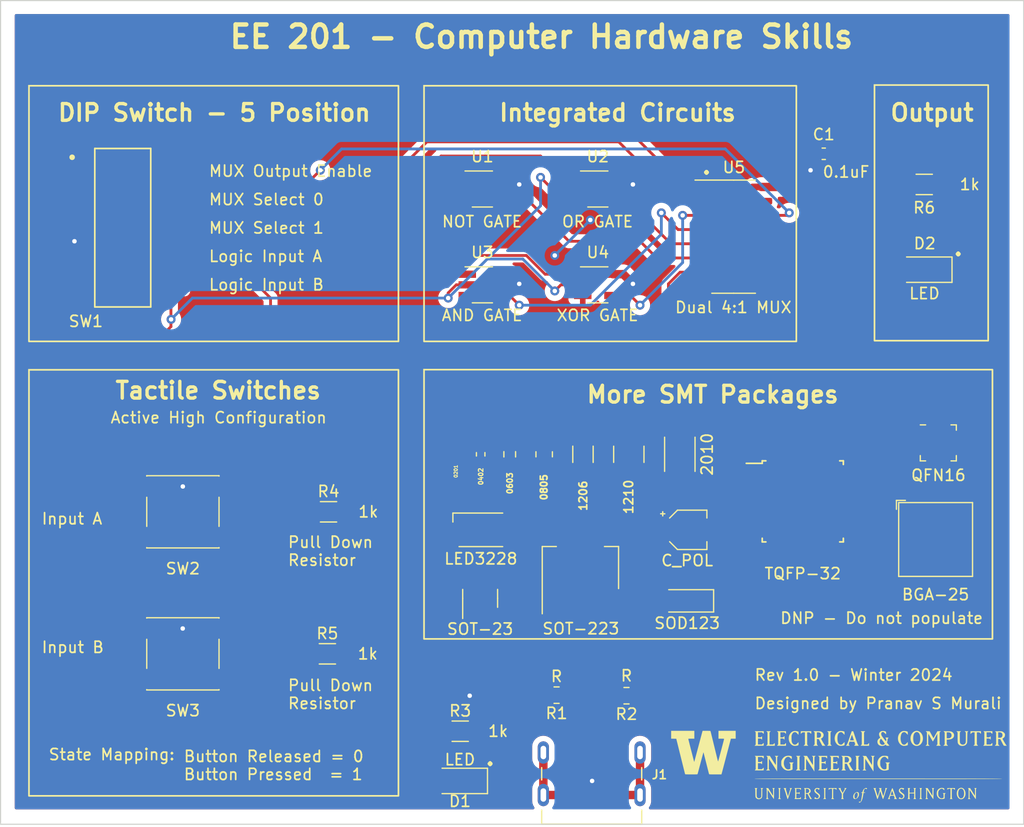
<source format=kicad_pcb>
(kicad_pcb (version 20221018) (generator pcbnew)
  (layers (0 "F.Cu" signal) (31 "B.Cu" signal) (34 "B.Paste" user) (35 "F.Paste" user) (36 "B.SilkS" user "B.Silkscreen") (37 "F.SilkS" user "F.Silkscreen") (38 "B.Mask" user) (39 "F.Mask" user) (44 "Edge.Cuts" user))
  (net 0 "")
  (net 1 "Net-(J1-CC1)")
  (net 2 "+5V")
  (net 3 "GND")
  (net 4 "Net-(J1-CC2)")
  (net 5 "Net-(J1-SHIELD-PadS1)")
  (net 6 "/S1")
  (net 7 "/S0")
  (net 8 "/EN")
  (net 9 "Net-(D1-A)")
  (net 10 "/A")
  (net 11 "/B")
  (net 12 "Net-(U5-Qa)")
  (net 13 "/OUT2")
  (net 14 "/OUT3")
  (net 15 "/OUT1")
  (net 16 "/OUT0")
  (net 23 "Net-(D2-A)")
  (footprint "Package_QFP:TQFP-32_7x7mm_P0.8mm" (layer "F.Cu") (at 121.011 87.965)
    (fp_text reference "TQFP-32" (at 0 6.458) (layer "F.SilkS"))
    (fp_text value "TQFP-32_7x7mm_P0.8mm" hide)
    (pad "1" smd rect (at -4.25 -2.8) (size 1.6 0.55) (layers "F.Cu" "F.Paste" "F.Mask"))
    (pad "2" smd rect (at -4.25 -2) (size 1.6 0.55) (layers "F.Cu" "F.Paste" "F.Mask"))
    (pad "3" smd rect (at -4.25 -1.2) (size 1.6 0.55) (layers "F.Cu" "F.Paste" "F.Mask"))
    (pad "4" smd rect (at -4.25 -0.4) (size 1.6 0.55) (layers "F.Cu" "F.Paste" "F.Mask"))
    (pad "5" smd rect (at -4.25 0.4) (size 1.6 0.55) (layers "F.Cu" "F.Paste" "F.Mask"))
    (pad "6" smd rect (at -4.25 1.2) (size 1.6 0.55) (layers "F.Cu" "F.Paste" "F.Mask"))
    (pad "7" smd rect (at -4.25 2) (size 1.6 0.55) (layers "F.Cu" "F.Paste" "F.Mask"))
    (pad "8" smd rect (at -4.25 2.8) (size 1.6 0.55) (layers "F.Cu" "F.Paste" "F.Mask"))
    (pad "9" smd rect (at -2.8 4.25 90) (size 1.6 0.55) (layers "F.Cu" "F.Paste" "F.Mask"))
    (pad "10" smd rect (at -2 4.25 90) (size 1.6 0.55) (layers "F.Cu" "F.Paste" "F.Mask"))
    (pad "11" smd rect (at -1.2 4.25 90) (size 1.6 0.55) (layers "F.Cu" "F.Paste" "F.Mask"))
    (pad "12" smd rect (at -0.4 4.25 90) (size 1.6 0.55) (layers "F.Cu" "F.Paste" "F.Mask"))
    (pad "13" smd rect (at 0.4 4.25 90) (size 1.6 0.55) (layers "F.Cu" "F.Paste" "F.Mask"))
    (pad "14" smd rect (at 1.2 4.25 90) (size 1.6 0.55) (layers "F.Cu" "F.Paste" "F.Mask"))
    (pad "15" smd rect (at 2 4.25 90) (size 1.6 0.55) (layers "F.Cu" "F.Paste" "F.Mask"))
    (pad "16" smd rect (at 2.8 4.25 90) (size 1.6 0.55) (layers "F.Cu" "F.Paste" "F.Mask"))
    (pad "17" smd rect (at 4.25 2.8) (size 1.6 0.55) (layers "F.Cu" "F.Paste" "F.Mask"))
    (pad "18" smd rect (at 4.25 2) (size 1.6 0.55) (layers "F.Cu" "F.Paste" "F.Mask"))
    (pad "19" smd rect (at 4.25 1.2) (size 1.6 0.55) (layers "F.Cu" "F.Paste" "F.Mask"))
    (pad "20" smd rect (at 4.25 0.4) (size 1.6 0.55) (layers "F.Cu" "F.Paste" "F.Mask"))
    (pad "21" smd rect (at 4.25 -0.4) (size 1.6 0.55) (layers "F.Cu" "F.Paste" "F.Mask"))
    (pad "22" smd rect (at 4.25 -1.2) (size 1.6 0.55) (layers "F.Cu" "F.Paste" "F.Mask"))
    (pad "23" smd rect (at 4.25 -2) (size 1.6 0.55) (layers "F.Cu" "F.Paste" "F.Mask"))
    (pad "24" smd rect (at 4.25 -2.8) (size 1.6 0.55) (layers "F.Cu" "F.Paste" "F.Mask"))
    (pad "25" smd rect (at 2.8 -4.25 90) (size 1.6 0.55) (layers "F.Cu" "F.Paste" "F.Mask"))
    (pad "26" smd rect (at 2 -4.25 90) (size 1.6 0.55) (layers "F.Cu" "F.Paste" "F.Mask"))
    (pad "27" smd rect (at 1.2 -4.25 90) (size 1.6 0.55) (layers "F.Cu" "F.Paste" "F.Mask"))
    (pad "28" smd rect (at 0.4 -4.25 90) (size 1.6 0.55) (layers "F.Cu" "F.Paste" "F.Mask"))
    (pad "29" smd rect (at -0.4 -4.25 90) (size 1.6 0.55) (layers "F.Cu" "F.Paste" "F.Mask"))
    (pad "30" smd rect (at -1.2 -4.25 90) (size 1.6 0.55) (layers "F.Cu" "F.Paste" "F.Mask"))
    (pad "31" smd rect (at -2 -4.25 90) (size 1.6 0.55) (layers "F.Cu" "F.Paste" "F.Mask"))
    (pad "32" smd rect (at -2.8 -4.25 90) (size 1.6 0.55) (layers "F.Cu" "F.Paste" "F.Mask"))
  )
  (footprint "Package_TO_SOT_SMD:SOT-23-3" (layer "F.Cu") (at 92.175 96.6383 90)
    (fp_text reference "REF**" hide)
    (fp_text value "SOT-23" (at -2.7432 0 180) (layer "F.SilkS"))
    (pad "1" smd roundrect (at -1.1375 -0.95 90) (size 1.325 0.6) (layers "F.Cu" "F.Paste" "F.Mask"))
    (pad "2" smd roundrect (at -1.1375 0.95 90) (size 1.325 0.6) (layers "F.Cu" "F.Paste" "F.Mask"))
    (pad "3" smd roundrect (at 1.1375 0 90) (size 1.325 0.6) (layers "F.Cu" "F.Paste" "F.Mask"))
  )
  (footprint "Package_SO:SOIC-16_3.9x9.9mm_P1.27mm" (layer "F.Cu") (at 114.8298 64.2936)
    (fp_text reference "U5" (at 0.029 -6.1926) (layer "F.SilkS"))
    (fp_text value "74153" hide)
    (pad "1" smd roundrect (at -2.475 -4.445) (size 1.95 0.6) (layers "F.Cu" "F.Paste" "F.Mask") (net 8 "/EN"))
    (pad "2" smd roundrect (at -2.475 -3.175) (size 1.95 0.6) (layers "F.Cu" "F.Paste" "F.Mask") (net 6 "/S1"))
    (pad "3" smd roundrect (at -2.475 -1.905) (size 1.95 0.6) (layers "F.Cu" "F.Paste" "F.Mask") (net 14 "/OUT3"))
    (pad "4" smd roundrect (at -2.475 -0.635) (size 1.95 0.6) (layers "F.Cu" "F.Paste" "F.Mask") (net 13 "/OUT2"))
    (pad "5" smd roundrect (at -2.475 0.635) (size 1.95 0.6) (layers "F.Cu" "F.Paste" "F.Mask") (net 15 "/OUT1"))
    (pad "6" smd roundrect (at -2.475 1.905) (size 1.95 0.6) (layers "F.Cu" "F.Paste" "F.Mask") (net 16 "/OUT0"))
    (pad "7" smd roundrect (at -2.475 3.175) (size 1.95 0.6) (layers "F.Cu" "F.Paste" "F.Mask") (net 12 "Net-(U5-Qa)"))
    (pad "8" smd roundrect (at -2.475 4.445) (size 1.95 0.6) (layers "F.Cu" "F.Paste" "F.Mask") (net 3 "GND"))
    (pad "9" smd roundrect (at 2.475 4.445) (size 1.95 0.6) (layers "F.Cu" "F.Paste" "F.Mask"))
    (pad "10" smd roundrect (at 2.475 3.175) (size 1.95 0.6) (layers "F.Cu" "F.Paste" "F.Mask"))
    (pad "11" smd roundrect (at 2.475 1.905) (size 1.95 0.6) (layers "F.Cu" "F.Paste" "F.Mask"))
    (pad "12" smd roundrect (at 2.475 0.635) (size 1.95 0.6) (layers "F.Cu" "F.Paste" "F.Mask"))
    (pad "13" smd roundrect (at 2.475 -0.635) (size 1.95 0.6) (layers "F.Cu" "F.Paste" "F.Mask"))
    (pad "14" smd roundrect (at 2.475 -1.905) (size 1.95 0.6) (layers "F.Cu" "F.Paste" "F.Mask") (net 7 "/S0"))
    (pad "15" smd roundrect (at 2.475 -3.175) (size 1.95 0.6) (layers "F.Cu" "F.Paste" "F.Mask"))
    (pad "16" smd roundrect (at 2.475 -4.445) (size 1.95 0.6) (layers "F.Cu" "F.Paste" "F.Mask") (net 2 "+5V"))
  )
  (footprint "Package_TO_SOT_SMD:SOT-23-5_HandSoldering" (layer "F.Cu") (at 92.376 60.0314)
    (fp_text reference "U1" (at 0 -2.9) (layer "F.SilkS"))
    (fp_text value "74AHC1G14" hide)
    (pad "1" smd rect (at -1.35 -0.95) (size 1.56 0.65) (layers "F.Cu" "F.Paste" "F.Mask"))
    (pad "2" smd rect (at -1.35 0) (size 1.56 0.65) (layers "F.Cu" "F.Paste" "F.Mask") (net 10 "/A"))
    (pad "3" smd rect (at -1.35 0.95) (size 1.56 0.65) (layers "F.Cu" "F.Paste" "F.Mask") (net 3 "GND"))
    (pad "4" smd rect (at 1.35 0.95) (size 1.56 0.65) (layers "F.Cu" "F.Paste" "F.Mask") (net 16 "/OUT0"))
    (pad "5" smd rect (at 1.35 -0.95) (size 1.56 0.65) (layers "F.Cu" "F.Paste" "F.Mask") (net 2 "+5V"))
  )
  (footprint "Capacitor_SMD:CP_Elec_3x5.3" (layer "F.Cu") (at 110.6814 90.5114)
    (fp_text reference "C_POL" (at 0 2.7432) (layer "F.SilkS"))
    (fp_text value "CP_Elec_3x5.3" hide)
    (pad "1" smd rect (at -1.5 0) (size 2.2 1.6) (layers "F.Cu" "F.Paste" "F.Mask"))
    (pad "2" smd rect (at 1.5 0) (size 2.2 1.6) (layers "F.Cu" "F.Paste" "F.Mask"))
  )
  (footprint "Resistor_SMD:R_1206_3216Metric_Pad1.30x1.75mm_HandSolder" (layer "F.Cu") (at 90.395 108.52)
    (fp_text reference "R3" (at 0 -1.82) (layer "F.SilkS"))
    (fp_text value "1k" (at 3.3875 0) (layer "F.SilkS"))
    (pad "1" smd roundrect (at -1.55 0) (size 1.3 1.75) (layers "F.Cu" "F.Paste" "F.Mask") (roundrect_rratio 0.1923076923) (net 9 "Net-(D1-A)"))
    (pad "2" smd roundrect (at 1.55 0) (size 1.3 1.75) (layers "F.Cu" "F.Paste" "F.Mask") (roundrect_rratio 0.1923076923) (net 2 "+5V"))
  )
  (footprint "Button_Switch_SMD:SW_Push_1P1T_NO_6x6mm_H9.5mm" (layer "F.Cu") (at 65.61 101.6)
    (fp_text reference "SW3" (at 0 5.08) (layer "F.SilkS"))
    (fp_text value "SW_Push" hide)
    (pad "1" smd rect (at -3.975 -2.25) (size 1.55 1.3) (layers "F.Cu" "F.Paste" "F.Mask") (net 2 "+5V"))
    (pad "1" smd rect (at 3.975 -2.25) (size 1.55 1.3) (layers "F.Cu" "F.Paste" "F.Mask") (net 2 "+5V"))
    (pad "2" smd rect (at -3.975 2.25) (size 1.55 1.3) (layers "F.Cu" "F.Paste" "F.Mask") (net 11 "/B"))
    (pad "2" smd rect (at 3.975 2.25) (size 1.55 1.3) (layers "F.Cu" "F.Paste" "F.Mask") (net 11 "/B"))
  )
  (footprint "Package_TO_SOT_SMD:SOT-223" (layer "F.Cu") (at 101.1362 93.915 90)
    (fp_text reference "REF**" hide)
    (fp_text value "SOT-223" (at -5.4356 0.0456) (layer "F.SilkS"))
    (pad "1" smd rect (at -3.15 -2.3 90) (size 2 1.5) (layers "F.Cu" "F.Paste" "F.Mask"))
    (pad "2" smd rect (at -3.15 0 90) (size 2 1.5) (layers "F.Cu" "F.Paste" "F.Mask"))
    (pad "3" smd rect (at -3.15 2.3 90) (size 2 1.5) (layers "F.Cu" "F.Paste" "F.Mask"))
    (pad "4" smd rect (at 3.15 0 90) (size 2 3.8) (layers "F.Cu" "F.Paste" "F.Mask"))
  )
  (footprint "Resistor_SMD:R_0603_1608Metric" (layer "F.Cu") (at 94.820866 83.755 90)
    (fp_text reference "0603" (at -2.5908 0.010934 90) (layer "F.SilkS") (effects (font (size 0.5 0.5) (thickness 0.125))))
    (fp_text value "R_0603_1608Metric" hide)
    (pad "1" smd roundrect (at -0.825 0 90) (size 0.8 0.95) (layers "F.Cu" "F.Paste" "F.Mask"))
    (pad "2" smd roundrect (at 0.825 0 90) (size 0.8 0.95) (layers "F.Cu" "F.Paste" "F.Mask"))
  )
  (footprint "Resistor_SMD:R_0805_2012Metric" (layer "F.Cu") (at 99.0072 105.2942)
    (fp_text reference "R1" (at 0 1.6256) (layer "F.SilkS"))
    (fp_text value "R" (at 0 -1.6764) (layer "F.SilkS"))
    (pad "1" smd roundrect (at -0.9125 0) (size 1.025 1.4) (layers "F.Cu" "F.Paste" "F.Mask") (roundrect_rratio 0.243902439) (net 3 "GND"))
    (pad "2" smd roundrect (at 0.9125 0) (size 1.025 1.4) (layers "F.Cu" "F.Paste" "F.Mask") (roundrect_rratio 0.243902439) (net 1 "Net-(J1-CC1)"))
  )
  (footprint "Resistor_SMD:R_1206_3216Metric_Pad1.30x1.75mm_HandSolder" (layer "F.Cu") (at 131.865 59.625 180)
    (fp_text reference "R6" (at 0 -2.0828) (layer "F.SilkS"))
    (fp_text value "1k" (at -4.064 0) (layer "F.SilkS"))
    (pad "1" smd roundrect (at -1.55 0 180) (size 1.3 1.75) (layers "F.Cu" "F.Paste" "F.Mask") (roundrect_rratio 0.1923076923) (net 23 "Net-(D2-A)"))
    (pad "2" smd roundrect (at 1.55 0 180) (size 1.3 1.75) (layers "F.Cu" "F.Paste" "F.Mask") (roundrect_rratio 0.1923076923) (net 12 "Net-(U5-Qa)"))
  )
  (footprint "Button_Switch_SMD:SW_Push_1P1T_NO_6x6mm_H9.5mm" (layer "F.Cu") (at 65.61 88.9)
    (fp_text reference "SW2" (at 0 5.08) (layer "F.SilkS"))
    (fp_text value "SW_Push" hide)
    (pad "1" smd rect (at -3.975 -2.25) (size 1.55 1.3) (layers "F.Cu" "F.Paste" "F.Mask") (net 2 "+5V"))
    (pad "1" smd rect (at 3.975 -2.25) (size 1.55 1.3) (layers "F.Cu" "F.Paste" "F.Mask") (net 2 "+5V"))
    (pad "2" smd rect (at -3.975 2.25) (size 1.55 1.3) (layers "F.Cu" "F.Paste" "F.Mask") (net 10 "/A"))
    (pad "2" smd rect (at 3.975 2.25) (size 1.55 1.3) (layers "F.Cu" "F.Paste" "F.Mask") (net 10 "/A"))
  )
  (footprint "CTS-219-5MST:CTS-219-5MST-0" (layer "F.Cu") (at 60.237 63.49365 -90)
    (fp_text reference "SW1" (at 8.37415 1.6764) (layer "F.SilkS") (effects (justify right)))
    (fp_text value "SW_DIP_x05" hide)
    (pad "1" smd rect (at -5.08 4.3053 270) (size 1.1176 2.4384) (layers "F.Cu" "F.Paste" "F.Mask") (net 3 "GND"))
    (pad "2" smd rect (at -2.54 4.3053 270) (size 1.1176 2.4384) (layers "F.Cu" "F.Paste" "F.Mask") (net 2 "+5V"))
    (pad "3" smd rect (at 0 4.3053 270) (size 1.1176 2.4384) (layers "F.Cu" "F.Paste" "F.Mask") (net 2 "+5V"))
    (pad "4" smd rect (at 2.54 4.3053 270) (size 1.1176 2.4384) (layers "F.Cu" "F.Paste" "F.Mask") (net 2 "+5V"))
    (pad "5" smd rect (at 5.08 4.3053 270) (size 1.1176 2.4384) (layers "F.Cu" "F.Paste" "F.Mask") (net 2 "+5V"))
    (pad "6" smd rect (at 5.08 -4.3053 270) (size 1.1176 2.4384) (layers "F.Cu" "F.Paste" "F.Mask") (net 11 "/B"))
    (pad "7" smd rect (at 2.54 -4.3053 270) (size 1.1176 2.4384) (layers "F.Cu" "F.Paste" "F.Mask") (net 10 "/A"))
    (pad "8" smd rect (at 0 -4.3053 270) (size 1.1176 2.4384) (layers "F.Cu" "F.Paste" "F.Mask") (net 6 "/S1"))
    (pad "9" smd rect (at -2.54 -4.3053 270) (size 1.1176 2.4384) (layers "F.Cu" "F.Paste" "F.Mask") (net 7 "/S0"))
    (pad "10" smd rect (at -5.08 -4.3053 270) (size 1.1176 2.4384) (layers "F.Cu" "F.Paste" "F.Mask") (net 8 "/EN"))
  )
  (footprint "Resistor_SMD:R_0805_2012Metric" (layer "F.Cu") (at 97.898399 83.755 90)
    (fp_text reference "0805" (at -2.9464 -0.018599 90) (layer "F.SilkS") (effects (font (size 0.6 0.6))))
    (fp_text value "R_0805_2012Metric" hide)
    (pad "1" smd roundrect (at -0.9125 0 90) (size 1.025 1.4) (layers "F.Cu" "F.Paste" "F.Mask") (roundrect_rratio 0.243902439))
    (pad "2" smd roundrect (at 0.9125 0 90) (size 1.025 1.4) (layers "F.Cu" "F.Paste" "F.Mask") (roundrect_rratio 0.243902439))
  )
  (footprint "Capacitor_SMD:C_0603_1608Metric_Pad1.08x0.95mm_HandSolder" (layer "F.Cu") (at 122.8852 56.8818)
    (fp_text reference "C1" (at 0 -1.7272) (layer "F.SilkS"))
    (fp_text value "0.1uF" (at 1.9948 1.6256) (layer "F.SilkS"))
    (pad "1" smd roundrect (at -0.8625 0) (size 1.075 0.95) (layers "F.Cu" "F.Paste" "F.Mask") (net 2 "+5V"))
    (pad "2" smd roundrect (at 0.8625 0) (size 1.075 0.95) (layers "F.Cu" "F.Paste" "F.Mask") (net 3 "GND"))
  )
  (footprint "Package_BGA:BGA-25_6.35x6.35mm_Layout5x5_P1.27mm" (layer "F.Cu") (at 132.881 91.375)
    (fp_text reference "BGA-25" (at 0 4.9276) (layer "F.SilkS"))
    (fp_text value "BGA-25_6.35x6.35mm_Layout5x5_P1.27mm" hide)
    (pad "A1" smd circle (at -2.54 -2.54) (size 0.75 0.75) (layers "F.Cu" "F.Paste" "F.Mask"))
    (pad "A2" smd circle (at -1.27 -2.54) (size 0.75 0.75) (layers "F.Cu" "F.Paste" "F.Mask"))
    (pad "A3" smd circle (at 0 -2.54) (size 0.75 0.75) (layers "F.Cu" "F.Paste" "F.Mask"))
    (pad "A4" smd circle (at 1.27 -2.54) (size 0.75 0.75) (layers "F.Cu" "F.Paste" "F.Mask"))
    (pad "A5" smd circle (at 2.54 -2.54) (size 0.75 0.75) (layers "F.Cu" "F.Paste" "F.Mask"))
    (pad "B1" smd circle (at -2.54 -1.27) (size 0.75 0.75) (layers "F.Cu" "F.Paste" "F.Mask"))
    (pad "B2" smd circle (at -1.27 -1.27) (size 0.75 0.75) (layers "F.Cu" "F.Paste" "F.Mask"))
    (pad "B3" smd circle (at 0 -1.27) (size 0.75 0.75) (layers "F.Cu" "F.Paste" "F.Mask"))
    (pad "B4" smd circle (at 1.27 -1.27) (size 0.75 0.75) (layers "F.Cu" "F.Paste" "F.Mask"))
    (pad "B5" smd circle (at 2.54 -1.27) (size 0.75 0.75) (layers "F.Cu" "F.Paste" "F.Mask"))
    (pad "C1" smd circle (at -2.54 0) (size 0.75 0.75) (layers "F.Cu" "F.Paste" "F.Mask"))
    (pad "C2" smd circle (at -1.27 0) (size 0.75 0.75) (layers "F.Cu" "F.Paste" "F.Mask"))
    (pad "C3" smd circle (at 0 0) (size 0.75 0.75) (layers "F.Cu" "F.Paste" "F.Mask"))
    (pad "C4" smd circle (at 1.27 0) (size 0.75 0.75) (layers "F.Cu" "F.Paste" "F.Mask"))
    (pad "C5" smd circle (at 2.54 0) (size 0.75 0.75) (layers "F.Cu" "F.Paste" "F.Mask"))
    (pad "D1" smd circle (at -2.54 1.27) (size 0.75 0.75) (layers "F.Cu" "F.Paste" "F.Mask"))
    (pad "D2" smd circle (at -1.27 1.27) (size 0.75 0.75) (layers "F.Cu" "F.Paste" "F.Mask"))
    (pad "D3" smd circle (at 0 1.27) (size 0.75 0.75) (layers "F.Cu" "F.Paste" "F.Mask"))
    (pad "D4" smd circle (at 1.27 1.27) (size 0.75 0.75) (layers "F.Cu" "F.Paste" "F.Mask"))
    (pad "D5" smd circle (at 2.54 1.27) (size 0.75 0.75) (layers "F.Cu" "F.Paste" "F.Mask"))
    (pad "E1" smd circle (at -2.54 2.54) (size 0.75 0.75) (layers "F.Cu" "F.Paste" "F.Mask"))
    (pad "E2" smd circle (at -1.27 2.54) (size 0.75 0.75) (layers "F.Cu" "F.Paste" "F.Mask"))
    (pad "E3" smd circle (at 0 2.54) (size 0.75 0.75) (layers "F.Cu" "F.Paste" "F.Mask"))
    (pad "E4" smd circle (at 1.27 2.54) (size 0.75 0.75) (layers "F.Cu" "F.Paste" "F.Mask"))
    (pad "E5" smd circle (at 2.54 2.54) (size 0.75 0.75) (layers "F.Cu" "F.Paste" "F.Mask"))
  )
  (footprint "Package_DFN_QFN:QFN-16-1EP_3x3mm_P0.5mm_EP1.9x1.9mm" (layer "F.Cu") (at 133.1235 82.735)
    (fp_text reference "QFN16" (at 0.0115 2.8996) (layer "F.SilkS"))
    (fp_text value "QFN-16-1EP_3x3mm_P0.5mm_EP1.9x1.9mm" hide)
    (pad "1" smd roundrect (at -1.5125 -0.75) (size 0.675 0.25) (layers "F.Cu" "F.Paste" "F.Mask"))
    (pad "2" smd roundrect (at -1.5125 -0.25) (size 0.675 0.25) (layers "F.Cu" "F.Paste" "F.Mask"))
    (pad "3" smd roundrect (at -1.5125 0.25) (size 0.675 0.25) (layers "F.Cu" "F.Paste" "F.Mask"))
    (pad "4" smd roundrect (at -1.5125 0.75) (size 0.675 0.25) (layers "F.Cu" "F.Paste" "F.Mask"))
    (pad "5" smd roundrect (at -0.75 1.5125) (size 0.25 0.675) (layers "F.Cu" "F.Paste" "F.Mask"))
    (pad "6" smd roundrect (at -0.25 1.5125) (size 0.25 0.675) (layers "F.Cu" "F.Paste" "F.Mask"))
    (pad "7" smd roundrect (at 0.25 1.5125) (size 0.25 0.675) (layers "F.Cu" "F.Paste" "F.Mask"))
    (pad "8" smd roundrect (at 0.75 1.5125) (size 0.25 0.675) (layers "F.Cu" "F.Paste" "F.Mask"))
    (pad "9" smd roundrect (at 1.5125 0.75) (size 0.675 0.25) (layers "F.Cu" "F.Paste" "F.Mask"))
    (pad "10" smd roundrect (at 1.5125 0.25) (size 0.675 0.25) (layers "F.Cu" "F.Paste" "F.Mask"))
    (pad "11" smd roundrect (at 1.5125 -0.25) (size 0.675 0.25) (layers "F.Cu" "F.Paste" "F.Mask"))
    (pad "12" smd roundrect (at 1.5125 -0.75) (size 0.675 0.25) (layers "F.Cu" "F.Paste" "F.Mask"))
    (pad "13" smd roundrect (at 0.75 -1.5125) (size 0.25 0.675) (layers "F.Cu" "F.Paste" "F.Mask"))
    (pad "14" smd roundrect (at 0.25 -1.5125) (size 0.25 0.675) (layers "F.Cu" "F.Paste" "F.Mask"))
    (pad "15" smd roundrect (at -0.25 -1.5125) (size 0.25 0.675) (layers "F.Cu" "F.Paste" "F.Mask"))
    (pad "16" smd roundrect (at -0.75 -1.5125) (size 0.25 0.675) (layers "F.Cu" "F.Paste" "F.Mask"))
    (pad "17" smd rect (at 0 0) (size 1.9 1.9) (layers "F.Cu" "F.Mask"))
  )
  (footprint "Resistor_SMD:R_1206_3216Metric" (layer "F.Cu") (at 101.365932 83.755 90)
    (fp_text reference "1206" (at -3.7084 0.019068 90) (layer "F.SilkS") (effects (font (size 0.7 0.7))))
    (fp_text value "R_1206_3216Metric" hide)
    (pad "1" smd roundrect (at -1.4625 0 90) (size 1.125 1.75) (layers "F.Cu" "F.Paste" "F.Mask") (roundrect_rratio 0.2222222222))
    (pad "2" smd roundrect (at 1.4625 0 90) (size 1.125 1.75) (layers "F.Cu" "F.Paste" "F.Mask") (roundrect_rratio 0.2222222222))
  )
  (footprint "Package_TO_SOT_SMD:SOT-23-5_HandSoldering" (layer "F.Cu") (at 102.696 68.6014)
    (fp_text reference "U4" (at 0 -2.9) (layer "F.SilkS"))
    (fp_text value "74AHC1G86" hide)
    (pad "1" smd rect (at -1.35 -0.95) (size 1.56 0.65) (layers "F.Cu" "F.Paste" "F.Mask") (net 10 "/A"))
    (pad "2" smd rect (at -1.35 0) (size 1.56 0.65) (layers "F.Cu" "F.Paste" "F.Mask") (net 11 "/B"))
    (pad "3" smd rect (at -1.35 0.95) (size 1.56 0.65) (layers "F.Cu" "F.Paste" "F.Mask") (net 3 "GND"))
    (pad "4" smd rect (at 1.35 0.95) (size 1.56 0.65) (layers "F.Cu" "F.Paste" "F.Mask") (net 14 "/OUT3"))
    (pad "5" smd rect (at 1.35 -0.95) (size 1.56 0.65) (layers "F.Cu" "F.Paste" "F.Mask") (net 2 "+5V"))
  )
  (footprint "Resistor_SMD:R_0201_0603Metric" (layer "F.Cu") (at 90.0058 83.755 90)
    (fp_text reference "0201" (at -1.524 0 90) (layer "F.SilkS") (effects (font (size 0.3 0.3) (thickness 0.075) bold)))
    (fp_text value "R_0201_0603Metric" hide)
    (pad "1" smd roundrect (at -0.32 0 90) (size 0.46 0.4) (layers "F.Cu" "F.Mask"))
    (pad "2" smd roundrect (at 0.32 0 90) (size 0.46 0.4) (layers "F.Cu" "F.Mask"))
  )
  (footprint "Resistor_SMD:R_2010_5025Metric" (layer "F.Cu") (at 110.021 83.755 90)
    (fp_text reference "2010" (at 0 2.4384 90) (layer "F.SilkS"))
    (fp_text value "R_2010_5025Metric" hide)
    (pad "1" smd roundrect (at -2.3125 0 90) (size 1.225 2.65) (layers "F.Cu" "F.Paste" "F.Mask") (roundrect_rratio 0.2040816327))
    (pad "2" smd roundrect (at 2.3125 0 90) (size 1.225 2.65) (layers "F.Cu" "F.Paste" "F.Mask") (roundrect_rratio 0.2040816327))
  )
  (footprint "Package_TO_SOT_SMD:SOT-23-5_HandSoldering" (layer "F.Cu") (at 102.696 60.0314)
    (fp_text reference "U2" (at 0 -2.9) (layer "F.SilkS"))
    (fp_text value "74AHC1G32" hide)
    (pad "1" smd rect (at -1.35 -0.95) (size 1.56 0.65) (layers "F.Cu" "F.Paste" "F.Mask") (net 10 "/A"))
    (pad "2" smd rect (at -1.35 0) (size 1.56 0.65) (layers "F.Cu" "F.Paste" "F.Mask") (net 11 "/B"))
    (pad "3" smd rect (at -1.35 0.95) (size 1.56 0.65) (layers "F.Cu" "F.Paste" "F.Mask") (net 3 "GND"))
    (pad "4" smd rect (at 1.35 0.95) (size 1.56 0.65) (layers "F.Cu" "F.Paste" "F.Mask") (net 15 "/OUT1"))
    (pad "5" smd rect (at 1.35 -0.95) (size 1.56 0.65) (layers "F.Cu" "F.Paste" "F.Mask") (net 2 "+5V"))
  )
  (footprint "Package_TO_SOT_SMD:SOT-23-5_HandSoldering" (layer "F.Cu") (at 92.376 68.6014)
    (fp_text reference "U3" (at 0 -2.9) (layer "F.SilkS"))
    (fp_text value "74AHC1G08" hide)
    (pad "1" smd rect (at -1.35 -0.95) (size 1.56 0.65) (layers "F.Cu" "F.Paste" "F.Mask") (net 10 "/A"))
    (pad "2" smd rect (at -1.35 0) (size 1.56 0.65) (layers "F.Cu" "F.Paste" "F.Mask") (net 11 "/B"))
    (pad "3" smd rect (at -1.35 0.95) (size 1.56 0.65) (layers "F.Cu" "F.Paste" "F.Mask") (net 3 "GND"))
    (pad "4" smd rect (at 1.35 0.95) (size 1.56 0.65) (layers "F.Cu" "F.Paste" "F.Mask") (net 13 "/OUT2"))
    (pad "5" smd rect (at 1.35 -0.95) (size 1.56 0.65) (layers "F.Cu" "F.Paste" "F.Mask") (net 2 "+5V"))
  )
  (footprint "Resistor_SMD:R_1206_3216Metric_Pad1.30x1.75mm_HandSolder" (layer "F.Cu") (at 78.525 101.6)
    (fp_text reference "R5" (at 0 -1.82) (layer "F.SilkS"))
    (fp_text value "1k" (at 3.6068 0) (layer "F.SilkS"))
    (pad "1" smd roundrect (at -1.55 0) (size 1.3 1.75) (layers "F.Cu" "F.Paste" "F.Mask") (roundrect_rratio 0.1923076923) (net 11 "/B"))
    (pad "2" smd roundrect (at 1.55 0) (size 1.3 1.75) (layers "F.Cu" "F.Paste" "F.Mask") (roundrect_rratio 0.1923076923) (net 3 "GND"))
  )
  (footprint "Resistor_SMD:R_1206_3216Metric_Pad1.30x1.75mm_HandSolder" (layer "F.Cu") (at 78.6266 88.9)
    (fp_text reference "R4" (at 0 -1.82) (layer "F.SilkS"))
    (fp_text value "1k" (at 3.556 0) (layer "F.SilkS"))
    (pad "1" smd roundrect (at -1.55 0) (size 1.3 1.75) (layers "F.Cu" "F.Paste" "F.Mask") (roundrect_rratio 0.1923076923) (net 10 "/A"))
    (pad "2" smd roundrect (at 1.55 0) (size 1.3 1.75) (layers "F.Cu" "F.Paste" "F.Mask") (roundrect_rratio 0.1923076923) (net 3 "GND"))
  )
  (footprint "LED_SMD:LED_Avago_PLCC4_3.2x2.8mm_CW" (layer "F.Cu") (at 92.241 90.5114)
    (fp_text reference "LED3228" (at 0 2.5908) (layer "F.SilkS"))
    (fp_text value "LED_Avago_PLCC4_3.2x2.8mm_CW" hide)
    (pad "1" smd rect (at -1.5 -0.75) (size 1.5 1.1) (layers "F.Cu" "F.Paste" "F.Mask"))
    (pad "2" smd rect (at 1.5 -0.75) (size 1.5 1.1) (layers "F.Cu" "F.Paste" "F.Mask"))
    (pad "3" smd rect (at 1.5 0.75) (size 1.5 1.1) (layers "F.Cu" "F.Paste" "F.Mask"))
    (pad "4" smd rect (at -1.5 0.75) (size 1.5 1.1) (layers "F.Cu" "F.Paste" "F.Mask"))
  )
  (footprint "LED_SMD:LED_1206_3216Metric_Pad1.42x1.75mm_HandSolder" (layer "F.Cu") (at 90.3725 112.965 180)
    (fp_text reference "D1" (at 0 -1.82) (layer "F.SilkS"))
    (fp_text value "LED" (at 0 1.905) (layer "F.SilkS"))
    (pad "1" smd roundrect (at -1.4875 0 180) (size 1.425 1.75) (layers "F.Cu" "F.Paste" "F.Mask") (roundrect_rratio 0.1754392982) (net 3 "GND"))
    (pad "2" smd roundrect (at 1.4875 0 180) (size 1.425 1.75) (layers "F.Cu" "F.Paste" "F.Mask") (roundrect_rratio 0.1754392982) (net 9 "Net-(D1-A)"))
  )
  (footprint "Resistor_SMD:R_1210_3225Metric" (layer "F.Cu") (at 105.463465 83.755 90)
    (fp_text reference "1210" (at -3.81 -0.014465 90) (layer "F.SilkS") (effects (font (size 0.8 0.8))))
    (fp_text value "R_1210_3225Metric" hide)
    (pad "1" smd roundrect (at -1.4625 0 90) (size 1.125 2.65) (layers "F.Cu" "F.Paste" "F.Mask") (roundrect_rratio 0.2222222222))
    (pad "2" smd roundrect (at 1.4625 0 90) (size 1.125 2.65) (layers "F.Cu" "F.Paste" "F.Mask") (roundrect_rratio 0.2222222222))
  )
  (footprint "LOGO" (layer "F.Cu") (at 124.245 111.695)
    (fp_text reference "G***" hide)
    (fp_text value "LOGO" hide)
  )
  (footprint "Resistor_SMD:R_0805_2012Metric" (layer "F.Cu") (at 105.2556 105.345 180)
    (fp_text reference "R2" (at 0 -1.65) (layer "F.SilkS"))
    (fp_text value "R" (at 0 1.783) (layer "F.SilkS"))
    (pad "1" smd roundrect (at -0.9125 0 180) (size 1.025 1.4) (layers "F.Cu" "F.Paste" "F.Mask") (roundrect_rratio 0.243902439) (net 3 "GND"))
    (pad "2" smd roundrect (at 0.9125 0 180) (size 1.025 1.4) (layers "F.Cu" "F.Paste" "F.Mask") (roundrect_rratio 0.243902439) (net 4 "Net-(J1-CC2)"))
  )
  (footprint "UJC-HP-3-SMT-TR:CUI_UJC-HP-3-SMT-TR" (layer "F.Cu") (at 102.145 110.425)
    (fp_text reference "J1" (at 6.057 1.9812) (layer "F.SilkS") (effects (font (size 0.787402 0.787402))))
    (fp_text value "UJC-HP-3-SMT-TR" hide)
    (pad "A5" smd rect (at -0.5 -0.005 90) (size 1.15 0.7) (layers "F.Cu" "F.Paste" "F.Mask") (net 1 "Net-(J1-CC1)"))
    (pad "A9" smd rect (at 1.52 -0.005 90) (size 1.15 0.8) (layers "F.Cu" "F.Paste" "F.Mask") (net 2 "+5V"))
    (pad "A12" smd rect (at 2.75 -0.005 90) (size 1.15 0.9) (layers "F.Cu" "F.Paste" "F.Mask") (net 3 "GND"))
    (pad "B5" smd rect (at 0.5 -0.005 90) (size 1.15 0.7) (layers "F.Cu" "F.Paste" "F.Mask") (net 4 "Net-(J1-CC2)"))
    (pad "B9" smd rect (at -1.52 -0.005 90) (size 1.15 0.8) (layers "F.Cu" "F.Paste" "F.Mask") (net 2 "+5V"))
    (pad "B12" smd rect (at -2.75 -0.005 90) (size 1.15 0.9) (layers "F.Cu" "F.Paste" "F.Mask") (net 3 "GND"))
    (pad "S1" thru_hole oval (at -4.32 0) (size 1 2) (drill oval 0.5 1.2) (layers "*.Cu" "*.Mask") (net 5 "Net-(J1-SHIELD-PadS1)"))
    (pad "S2" thru_hole oval (at 4.32 0) (size 1 2) (drill oval 0.5 1.2) (layers "*.Cu" "*.Mask") (net 5 "Net-(J1-SHIELD-PadS1)"))
    (pad "S3" thru_hole oval (at -4.32 3.8) (size 1 2) (drill oval 0.5 1.2) (layers "*.Cu" "*.Mask") (net 5 "Net-(J1-SHIELD-PadS1)"))
    (pad "S4" thru_hole oval (at 4.32 3.8) (size 1 2) (drill oval 0.5 1.2) (layers "*.Cu" "*.Mask") (net 5 "Net-(J1-SHIELD-PadS1)"))
  )
  (footprint "Resistor_SMD:R_0402_1005Metric" (layer "F.Cu") (at 92.223333 83.755 90)
    (fp_text reference "0402" (at -1.9812 0.017667 90) (layer "F.SilkS") (effects (font (size 0.4 0.4) (thickness 0.1) bold)))
    (fp_text value "R_0402_1005Metric" hide)
    (pad "1" smd roundrect (at -0.51 0 90) (size 0.54 0.64) (layers "F.Cu" "F.Paste" "F.Mask"))
    (pad "2" smd roundrect (at 0.51 0 90) (size 0.54 0.64) (layers "F.Cu" "F.Paste" "F.Mask"))
  )
  (footprint "LED_SMD:LED_1206_3216Metric_Pad1.42x1.75mm_HandSolder" (layer "F.Cu") (at 131.8875 67.245 180)
    (fp_text reference "D2" (at -0.0225 2.3368) (layer "F.SilkS"))
    (fp_text value "LED" (at 0 -2.1336) (layer "F.SilkS"))
    (pad "1" smd roundrect (at -1.4875 0 180) (size 1.425 1.75) (layers "F.Cu" "F.Paste" "F.Mask") (roundrect_rratio 0.1754392982) (net 3 "GND"))
    (pad "2" smd roundrect (at 1.4875 0 180) (size 1.425 1.75) (layers "F.Cu" "F.Paste" "F.Mask") (roundrect_rratio 0.1754392982) (net 23 "Net-(D2-A)"))
  )
  (footprint "Diode_SMD:D_SOD-123" (layer "F.Cu") (at 110.6814 96.8614 180)
    (fp_text reference "SOD123" (at 0 -2) (layer "F.SilkS"))
    (fp_text value "D_SOD-123" hide)
    (pad "1" smd roundrect (at -1.65 0 180) (size 0.9 1.2) (layers "F.Cu" "F.Paste" "F.Mask"))
    (pad "2" smd roundrect (at 1.65 0 180) (size 0.9 1.2) (layers "F.Cu" "F.Paste" "F.Mask"))
  )
  (gr_rect (start 87.161 50.8) (end 120.435 73.66) (stroke (width 0.15)) (fill none) (layer "F.SilkS"))
  (gr_rect (start 51.855 50.8) (end 84.875 73.66) (stroke (width 0.15)) (fill none) (layer "F.SilkS"))
  (gr_rect (start 127.42 50.735) (end 137.58 73.595) (stroke (width 0.15)) (fill none) (layer "F.SilkS"))
  (gr_rect (start 87.161 76.1858) (end 137.961 100.265) (stroke (width 0.15)) (fill none) (layer "F.SilkS"))
  (gr_rect (start 51.855 76.2) (end 84.875 114.3) (stroke (width 0.15)) (fill none) (layer "F.SilkS"))
  (gr_rect (start 49.315 43.18) (end 140.755 116.84) (stroke (width 0.1)) (fill none) (layer "Edge.Cuts"))
  (gr_text "DNP - Do not populate" (at 118.911 98.995) (layer "F.SilkS") (effects (font (size 1 1)) (justify left bottom)))
  (gr_text "Active High Configuration" (at 59.0686 81.0626) (layer "F.SilkS") (effects (font (size 1 1)) (justify left bottom)))
  (gr_text "Input B" (at 52.91 101.6) (layer "F.SilkS") (effects (font (size 1 1)) (justify left bottom)))
  (gr_text "Rev 1.0 - Winter 2024" (at 116.625 104.075) (layer "F.SilkS") (effects (font (size 1 1)) (justify left bottom)))
  (gr_text "EE 201 - Computer Hardware Skills" (at 69.5842 47.5854) (layer "F.SilkS") (effects (font (size 2 2) (thickness 0.4) bold) (justify left bottom)))
  (gr_text "AND GATE" (at 88.655762 71.9186) (layer "F.SilkS") (effects (font (size 1 1)) (justify left bottom)))
  (gr_text "NOT GATE" (at 88.679571 63.5366) (layer "F.SilkS") (effects (font (size 1 1)) (justify left bottom)))
  (gr_text "Designed by Pranav S Murali" (at 116.625 106.615) (layer "F.SilkS") (effects (font (size 1 1)) (justify left bottom)))
  (gr_text "." (at 92.5125 111.695) (layer "F.SilkS") (effects (font (size 1.5 1.5) (thickness 0.3) bold) (justify left bottom)))
  (gr_text "OR GATE" (at 99.404333 63.5366) (layer "F.SilkS") (effects (font (size 1 1)) (justify left bottom)))
  (gr_text "DIP Switch - 5 Position" (at 54.2934 54.0878) (layer "F.SilkS") (effects (font (size 1.5 1.5) (thickness 0.3) bold) (justify left bottom)))
  (gr_text "XOR GATE" (at 98.928143 71.9186) (layer "F.SilkS") (effects (font (size 1 1)) (justify left bottom)))
  (gr_text "Logic Input A" (at 67.857 66.6354) (layer "F.SilkS") (effects (font (size 1 1)) (justify left bottom)))
  (gr_text "MUX Select 0" (at 67.857 61.5554) (layer "F.SilkS") (effects (font (size 1 1)) (justify left bottom)))
  (gr_text "Tactile Switches" (at 59.4242 78.929) (layer "F.SilkS") (effects (font (size 1.5 1.5) (thickness 0.3) bold) (justify left bottom)))
  (gr_text "State Mapping:" (at 53.5314 111.187) (layer "F.SilkS") (effects (font (size 1 1)) (justify left bottom)))
  (gr_text "Input A" (at 52.91 90.105) (layer "F.SilkS") (effects (font (size 1 1)) (justify left bottom)))
  (gr_text "." (at 134.3475 66.11) (layer "F.SilkS") (effects (font (size 1.5 1.5) (thickness 0.3) bold) (justify left bottom)))
  (gr_text "." (at 111.8498 58.8122) (layer "F.SilkS") (effects (font (size 1.5 1.5) (thickness 0.3) bold) (justify left bottom)))
  (gr_text "Button Released = 0\nButton Pressed  = 1" (at 65.61 112.965) (layer "F.SilkS") (effects (font (size 1 1)) (justify left bottom)))
  (gr_text "Pull Down \nResistor" (at 74.9182 93.8134) (layer "F.SilkS") (effects (font (size 1 1)) (justify left bottom)))
  (gr_text "MUX Output Enable" (at 67.857 59.0154) (layer "F.SilkS") (effects (font (size 1 1)) (justify left bottom)))
  (gr_text "Logic Input B" (at 67.857 69.1754) (layer "F.SilkS") (effects (font (size 1 1)) (justify left bottom)))
  (gr_text "Integrated Circuits" (at 93.726 54.0878) (layer "F.SilkS") (effects (font (size 1.5 1.5) (thickness 0.3) bold) (justify left bottom)))
  (gr_text "Output" (at 128.69 54.0878) (layer "F.SilkS") (effects (font (size 1.5 1.5) (thickness 0.3) bold) (justify left bottom)))
  (gr_text "Dual 4:1 MUX" (at 109.514324 71.2074) (layer "F.SilkS") (effects (font (size 1 1)) (justify left bottom)))
  (gr_text "More SMT Packages" (at 101.5492 79.2846) (layer "F.SilkS") (effects (font (size 1.5 1.5) (thickness 0.3) bold) (justify left bottom)))
  (gr_text "MUX Select 1" (at 67.857 64.0954) (layer "F.SilkS") (effects (font (size 1 1)) (justify left bottom)))
  (gr_text "Pull Down \nResistor" (at 74.9182 106.615) (layer "F.SilkS") (effects (font (size 1 1)) (justify left bottom)))
  (segment (start 101.645 108.44) (end 101.645 110.42) (width 0.25) (layer "F.Cu") (net 1))
  (segment (start 99.9197 106.7147) (end 101.645 108.44) (width 0.25) (layer "F.Cu") (net 1))
  (segment (start 99.9197 105.2942) (end 99.9197 106.7147) (width 0.25) (layer "F.Cu") (net 1))
  (segment (start 104.9664 67.6514) (end 105.83 68.515) (width 0.75) (layer "F.Cu") (net 2))
  (segment (start 95.1264 59.0814) (end 95.67 59.625) (width 0.75) (layer "F.Cu") (net 2))
  (segment (start 120.2114 59.8486) (end 121.705 58.355) (width 0.75) (layer "F.Cu") (net 2))
  (segment (start 65.605 86.635) (end 65.62 86.65) (width 0.75) (layer "F.Cu") (net 2))
  (segment (start 65.61 99.35) (end 69.585 99.35) (width 0.75) (layer "F.Cu") (net 2))
  (segment (start 103.665 112.51725) (end 103.21725 112.965) (width 0.75) (layer "F.Cu") (net 2))
  (segment (start 100.625 112.5) (end 100.625 110.42) (width 0.75) (layer "F.Cu") (net 2))
  (segment (start 102.1822 112.965) (end 101.09 112.965) (width 0.75) (layer "F.Cu") (net 2))
  (segment (start 65.62 86.65) (end 69.585 86.65) (width 0.75) (layer "F.Cu") (net 2))
  (segment (start 55.9317 64.6923) (end 55.919 64.705) (width 0.75) (layer "F.Cu") (net 2))
  (segment (start 103.21725 112.965) (end 102.1822 112.965) (width 0.75) (layer "F.Cu") (net 2))
  (segment (start 65.595 99.335) (end 65.61 99.35) (width 0.75) (layer "F.Cu") (net 2))
  (segment (start 105.2864 59.0814) (end 105.83 59.625) (width 0.75) (layer "F.Cu") (net 2))
  (segment (start 94.8064 67.6514) (end 95.67 68.515) (width 0.75) (layer "F.Cu") (net 2))
  (segment (start 61.635 99.35) (end 65.58 99.35) (width 0.75) (layer "F.Cu") (net 2))
  (segment (start 65.59 86.65) (end 65.605 86.635) (width 0.75) (layer "F.Cu") (net 2))
  (segment (start 117.3048 59.8486) (end 120.2114 59.8486) (width 0.75) (layer "F.Cu") (net 2))
  (segment (start 55.9317 60.95365) (end 55.9317 63.49365) (width 0.75) (layer "F.Cu") (net 2))
  (segment (start 55.9317 66.03365) (end 55.9317 68.57365) (width 0.75) (layer "F.Cu") (net 2))
  (segment (start 61.635 86.65) (end 65.59 86.65) (width 0.75) (layer "F.Cu") (net 2))
  (segment (start 65.58 99.35) (end 65.595 99.335) (width 0.75) (layer "F.Cu") (net 2))
  (segment (start 103.665 110.42) (end 103.665 112.51725) (width 0.75) (layer "F.Cu") (net 2))
  (segment (start 93.726 59.0814) (end 95.1264 59.0814) (width 0.75) (layer "F.Cu") (net 2))
  (segment (start 91.945 106.0475) (end 91.2425 105.345) (width 0.75) (layer "F.Cu") (net 2))
  (segment (start 93.726 67.6514) (end 94.8064 67.6514) (width 0.75) (layer "F.Cu") (net 2))
  (segment (start 91.945 108.52) (end 91.945 106.0475) (width 0.75) (layer "F.Cu") (net 2))
  (segment (start 122.0227 58.0373) (end 122.0227 56.8818) (width 0.75) (layer "F.Cu") (net 2))
  (segment (start 121.705 58.355) (end 122.0227 58.0373) (width 0.75) (layer "F.Cu") (net 2))
  (segment (start 104.046 59.0814) (end 105.2864 59.0814) (width 0.75) (layer "F.Cu") (net 2))
  (segment (start 101.09 112.965) (end 100.625 112.5) (width 0.75) (layer "F.Cu") (net 2))
  (segment (start 55.9317 63.49365) (end 55.9317 64.6923) (width 0.75) (layer "F.Cu") (net 2))
  (segment (start 55.9317 64.7177) (end 55.9317 66.03365) (width 0.75) (layer "F.Cu") (net 2))
  (segment (start 104.046 67.6514) (end 104.9664 67.6514) (width 0.75) (layer "F.Cu") (net 2))
  (segment (start 55.919 64.705) (end 55.9317 64.7177) (width 0.75) (layer "F.Cu") (net 2))
  (via (at 95.67 68.515) (size 0.8) (drill 0.4) (layers "F.Cu" "B.Cu") (net 2))
  (via (at 105.83 59.625) (size 0.8) (drill 0.4) (layers "F.Cu" "B.Cu") (net 2))
  (via (at 65.605 86.635) (size 0.8) (drill 0.4) (layers "F.Cu" "B.Cu") (net 2))
  (via (at 91.2425 105.345) (size 0.8) (drill 0.4) (layers "F.Cu" "B.Cu") (net 2))
  (via (at 105.83 68.515) (size 0.8) (drill 0.4) (layers "F.Cu" "B.Cu") (net 2))
  (via (at 65.595 99.335) (size 0.8) (drill 0.4) (layers "F.Cu" "B.Cu") (net 2))
  (via (at 55.919 64.705) (size 0.8) (drill 0.4) (layers "F.Cu" "B.Cu") (net 2))
  (via (at 121.705 58.355) (size 0.8) (drill 0.4) (layers "F.Cu" "B.Cu") (net 2))
  (via (at 102.1822 112.965) (size 0.8) (drill 0.4) (layers "F.Cu" "B.Cu") (net 2))
  (via (at 95.67 59.625) (size 0.8) (drill 0.4) (layers "F.Cu" "B.Cu") (net 2))
  (via (at 102.02 62.8) (size 0.8) (drill 0.4) (layers "F.Cu" "B.Cu") (net 3))
  (via (at 98.845 65.975) (size 0.8) (drill 0.4) (layers "F.Cu" "B.Cu") (net 3))
  (segment (start 98.845 65.975) (end 102.02 62.8) (width 0.25) (layer "B.Cu") (net 3))
  (segment (start 104.3431 107.1719) (end 102.645 108.87) (width 0.25) (layer "F.Cu") (net 4))
  (segment (start 102.645 108.87) (end 102.645 110.42) (width 0.25) (layer "F.Cu") (net 4))
  (segment (start 104.3431 105.345) (end 104.3431 107.1719) (width 0.25) (layer "F.Cu") (net 4))
  (segment (start 97.825 110.425) (end 97.825 114.225) (width 0.75) (layer "F.Cu") (net 5))
  (segment (start 106.465 110.425) (end 106.465 114.225) (width 0.75) (layer "F.Cu") (net 5))
  (segment (start 97.825 114.225) (end 106.465 114.225) (width 0.75) (layer "F.Cu") (net 5))
  (segment (start 79.73635 63.49365) (end 87.415 55.815) (width 0.25) (layer "F.Cu") (net 6))
  (segment (start 104.56 55.815) (end 109.8636 61.1186) (width 0.25) (layer "F.Cu") (net 6))
  (segment (start 109.8636 61.1186) (end 112.3548 61.1186) (width 0.25) (layer "F.Cu") (net 6))
  (segment (start 87.415 55.815) (end 104.56 55.815) (width 0.25) (layer "F.Cu") (net 6))
  (segment (start 64.5423 63.49365) (end 79.73635 63.49365) (width 0.25) (layer "F.Cu") (net 6))
  (segment (start 75.29135 60.95365) (end 64.5423 60.95365) (width 0.25) (layer "F.Cu") (net 7))
  (segment (start 119.5764 62.3886) (end 119.8 62.165) (width 0.25) (layer "F.Cu") (net 7))
  (segment (start 77.89 58.355) (end 75.29135 60.95365) (width 0.25) (layer "F.Cu") (net 7))
  (segment (start 117.3048 62.3886) (end 119.5764 62.3886) (width 0.25) (layer "F.Cu") (net 7))
  (via (at 119.8 62.165) (size 0.8) (drill 0.4) (layers "F.Cu" "B.Cu") (net 7))
  (via (at 77.89 58.355) (size 0.8) (drill 0.4) (layers "F.Cu" "B.Cu") (net 7))
  (segment (start 77.89 58.355) (end 79.795 56.45) (width 0.25) (layer "B.Cu") (net 7))
  (segment (start 114.085 56.45) (end 119.8 62.165) (width 0.25) (layer "B.Cu") (net 7))
  (segment (start 79.795 56.45) (end 114.085 56.45) (width 0.25) (layer "B.Cu") (net 7))
  (segment (start 70.905 54.545) (end 105.195 54.545) (width 0.25) (layer "F.Cu") (net 8))
  (segment (start 105.195 54.545) (end 110.4986 59.8486) (width 0.25) (layer "F.Cu") (net 8))
  (segment (start 64.5423 58.41365) (end 67.03635 58.41365) (width 0.25) (layer "F.Cu") (net 8))
  (segment (start 67.03635 58.41365) (end 70.905 54.545) (width 0.25) (layer "F.Cu") (net 8))
  (segment (start 110.4986 59.8486) (end 112.3548 59.8486) (width 0.25) (layer "F.Cu") (net 8))
  (segment (start 88.845 108.52) (end 88.845 112.925) (width 0.25) (layer "F.Cu") (net 9))
  (segment (start 88.845 112.925) (end 88.885 112.965) (width 0.25) (layer "F.Cu") (net 9))
  (segment (start 96.305 65.975) (end 97.9814 67.6514) (width 0.25) (layer "F.Cu") (net 10))
  (segment (start 69.69365 66.03365) (end 71.3114 67.6514) (width 0.25) (layer "F.Cu") (net 10))
  (segment (start 64.5423 66.03365) (end 67.095 66.03365) (width 0.25) (layer "F.Cu") (net 10))
  (segment (start 73.445 90.105) (end 74.715 88.835) (width 0.25) (layer "F.Cu") (net 10))
  (segment (start 87.415 65.34) (end 88.05 65.975) (width 0.25) (layer "F.Cu") (net 10))
  (segment (start 91.026 60.0314) (end 88.2786 60.0314) (width 0.25) (layer "F.Cu") (net 10))
  (segment (start 88.05 65.975) (end 96.305 65.975) (width 0.25) (layer "F.Cu") (net 10))
  (segment (start 74.715 88.835) (end 77.0766 88.835) (width 0.25) (layer "F.Cu") (net 10))
  (segment (start 69.585 91.15) (end 72.4 91.15) (width 0.25) (layer "F.Cu") (net 10))
  (segment (start 97.9814 67.6514) (end 101.346 67.6514) (width 0.25) (layer "F.Cu") (net 10))
  (segment (start 91.026 67.6514) (end 89.955 67.6514) (width 0.25) (layer "F.Cu") (net 10))
  (segment (start 61.635 91.15) (end 69.585 91.15) (width 0.25) (layer "F.Cu") (net 10))
  (segment (start 89.955 67.6514) (end 71.3114 67.6514) (width 0.25) (layer "F.Cu") (net 10))
  (segment (start 72.4 91.15) (end 73.445 90.105) (width 0.25) (layer "F.Cu") (net 10))
  (segment (start 99.5714 59.0814) (end 101.346 59.0814) (width 0.25) (layer "F.Cu") (net 10))
  (segment (start 87.415 60.895) (end 87.415 58.355) (width 0.25) (layer "F.Cu") (net 10))
  (segment (start 69.69365 66.03365) (end 73.445 69.785) (width 0.25) (layer "F.Cu") (net 10))
  (segment (start 87.415 60.895) (end 87.415 65.34) (width 0.25) (layer "F.Cu") (net 10))
  (segment (start 67.095 66.03365) (end 69.69365 66.03365) (width 0.25) (layer "F.Cu") (net 10))
  (segment (start 88.685 57.085) (end 97.575 57.085) (width 0.25) (layer "F.Cu") (net 10))
  (segment (start 88.2786 60.0314) (end 87.415 60.895) (width 0.25) (layer "F.Cu") (net 10))
  (segment (start 73.445 69.785) (end 73.445 90.105) (width 0.25) (layer "F.Cu") (net 10))
  (segment (start 89.7264 67.6514) (end 89.955 67.6514) (width 0.25) (layer "F.Cu") (net 10))
  (segment (start 87.415 65.34) (end 89.7264 67.6514) (width 0.25) (layer "F.Cu") (net 10))
  (segment (start 97.575 57.085) (end 99.5714 59.0814) (width 0.25) (layer "F.Cu") (net 10))
  (segment (start 87.415 58.355) (end 88.685 57.085) (width 0.25) (layer "F.Cu") (net 10))
  (segment (start 64.5423 68.57365) (end 64.5423 71.6773) (width 0.25) (layer "F.Cu") (net 11))
  (segment (start 64.5423 71.7027) (end 64.5423 72.3377) (width 0.25) (layer "F.Cu") (net 11))
  (segment (start 60.52 103.85) (end 61.635 103.85) (width 0.25) (layer "F.Cu") (net 11))
  (segment (start 98.6164 60.0314) (end 101.346 60.0314) (width 0.25) (layer "F.Cu") (net 11))
  (segment (start 58.205 78.675) (end 58.205 101.535) (width 0.25) (layer "F.Cu") (net 11))
  (segment (start 64.5423 72.3377) (end 58.205 78.675) (width 0.25) (layer "F.Cu") (net 11))
  (segment (start 61.635 103.85) (end 69.585 103.85) (width 0.25) (layer "F.Cu") (net 11))
  (segment (start 74.65 101.6) (end 72.4 103.85) (width 0.25) (layer "F.Cu") (net 11))
  (segment (start 64.5423 71.6773) (end 64.555 71.69) (width 0.25) (layer "F.Cu") (net 11))
  (segment (start 69.585 103.85) (end 72.4 103.85) (width 0.25) (layer "F.Cu") (net 11))
  (segment (start 90.0448 68.6014) (end 91.026 68.6014) (width 0.25) (layer "F.Cu") (net 11))
  (segment (start 97.575 58.99) (end 98.6164 60.0314) (width 0.25) (layer "F.Cu") (net 11))
  (segment (start 64.555 71.69) (end 64.5423 71.7027) (width 0.25) (layer "F.Cu") (net 11))
  (segment (start 99.3936 68.6014) (end 98.845 69.15) (width 0.25) (layer "F.Cu") (net 11))
  (segment (start 58.205 101.535) (end 60.52 103.85) (width 0.25) (layer "F.Cu") (net 11))
  (segment (start 76.975 101.6) (end 74.65 101.6) (width 0.25) (layer "F.Cu") (net 11))
  (segment (start 89.32 69.3262) (end 90.0448 68.6014) (width 0.25) (layer "F.Cu") (net 11))
  (segment (start 89.32 69.785) (end 89.32 69.3262) (width 0.25) (layer "F.Cu") (net 11))
  (segment (start 101.346 68.6014) (end 99.3936 68.6014) (width 0.25) (layer "F.Cu") (net 11))
  (via (at 64.555 71.69) (size 0.8) (drill 0.4) (layers "F.Cu" "B.Cu") (net 11))
  (via (at 89.32 69.785) (size 0.8) (drill 0.4) (layers "F.Cu" "B.Cu") (net 11))
  (via (at 98.845 69.15) (size 0.8) (drill 0.4) (layers "F.Cu" "B.Cu") (net 11))
  (via (at 97.575 58.99) (size 0.8) (drill 0.4) (layers "F.Cu" "B.Cu") (net 11))
  (segment (start 97.575 61.53) (end 92.8125 66.2925) (width 0.25) (layer "B.Cu") (net 11))
  (segment (start 89.32 69.785) (end 92.8125 66.2925) (width 0.25) (layer "B.Cu") (net 11))
  (segment (start 89.32 69.785) (end 66.46 69.785) (width 0.25) (layer "B.Cu") (net 11))
  (segment (start 95.9875 66.2925) (end 92.8125 66.2925) (width 0.25) (layer "B.Cu") (net 11))
  (segment (start 66.46 69.785) (end 64.555 71.69) (width 0.25) (layer "B.Cu") (net 11))
  (segment (start 97.575 58.99) (end 97.575 61.53) (width 0.25) (layer "B.Cu") (net 11))
  (segment (start 98.845 69.15) (end 95.9875 66.2925) (width 0.25) (layer "B.Cu") (net 11))
  (segment (start 110.275 72.325) (end 109.005 71.055) (width 0.25) (layer "F.Cu") (net 12))
  (segment (start 128.055 59.625) (end 124.245 63.435) (width 0.25) (layer "F.Cu") (net 12))
  (segment (start 128.055 59.625) (end 130.315 59.625) (width 0.25) (layer "F.Cu") (net 12))
  (segment (start 121.705 72.325) (end 110.275 72.325) (width 0.25) (layer "F.Cu") (net 12))
  (segment (start 124.245 63.435) (end 124.245 69.785) (width 0.25) (layer "F.Cu") (net 12))
  (segment (start 110.0514 67.4686) (end 112.3548 67.4686) (width 0.25) (layer "F.Cu") (net 12))
  (segment (start 109.005 68.515) (end 110.0514 67.4686) (width 0.25) (layer "F.Cu") (net 12))
  (segment (start 124.245 69.785) (end 121.705 72.325) (width 0.25) (layer "F.Cu") (net 12))
  (segment (start 109.005 71.055) (end 109.005 68.515) (width 0.25) (layer "F.Cu") (net 12))
  (segment (start 93.726 69.5514) (end 94.8014 69.5514) (width 0.25) (layer "F.Cu") (net 13))
  (segment (start 109.8636 63.6586) (end 108.37 62.165) (width 0.25) (layer "F.Cu") (net 13))
  (segment (start 94.8014 69.5514) (end 95.67 70.42) (width 0.25) (layer "F.Cu") (net 13))
  (segment (start 112.3548 63.6586) (end 109.8636 63.6586) (width 0.25) (layer "F.Cu") (net 13))
  (via (at 108.37 62.165) (size 0.8) (drill 0.4) (layers "F.Cu" "B.Cu") (net 13))
  (via (at 95.67 70.42) (size 0.8) (drill 0.4) (layers "F.Cu" "B.Cu") (net 13))
  (segment (start 102.02 70.42) (end 95.67 70.42) (width 0.25) (layer "B.Cu") (net 13))
  (segment (start 108.37 64.07) (end 102.02 70.42) (width 0.25) (layer "B.Cu") (net 13))
  (segment (start 108.37 62.165) (end 108.37 64.07) (width 0.25) (layer "B.Cu") (net 13))
  (segment (start 104.046 69.5514) (end 105.5964 69.5514) (width 0.25) (layer "F.Cu") (net 14))
  (segment (start 105.5964 69.5514) (end 106.465 70.42) (width 0.25) (layer "F.Cu") (net 14))
  (segment (start 110.275 62.3886) (end 112.3548 62.3886) (width 0.25) (layer "F.Cu") (net 14))
  (via (at 106.465 70.42) (size 0.8) (drill 0.4) (layers "F.Cu" "B.Cu") (net 14))
  (via (at 110.275 62.3886) (size 0.8) (drill 0.4) (layers "F.Cu" "B.Cu") (net 14))
  (segment (start 110.275 66.61) (end 106.465 70.42) (width 0.25) (layer "B.Cu") (net 14))
  (segment (start 110.275 62.3886) (end 110.275 66.61) (width 0.25) (layer "B.Cu") (net 14))
  (segment (start 105.2814 60.9814) (end 109.2286 64.9286) (width 0.25) (layer "F.Cu") (net 15))
  (segment (start 104.046 60.9814) (end 105.2814 60.9814) (width 0.25) (layer "F.Cu") (net 15))
  (segment (start 109.2286 64.9286) (end 112.3548 64.9286) (width 0.25) (layer "F.Cu") (net 15))
  (segment (start 107.9586 66.1986) (end 112.3548 66.1986) (width 0.25) (layer "F.Cu") (net 16))
  (segment (start 96.3914 60.9814) (end 100.115 64.705) (width 0.25) (layer "F.Cu") (net 16))
  (segment (start 100.115 64.705) (end 106.465 64.705) (width 0.25) (layer "F.Cu") (net 16))
  (segment (start 93.726 60.9814) (end 96.3914 60.9814) (width 0.25) (layer "F.Cu") (net 16))
  (segment (start 106.465 64.705) (end 107.9586 66.1986) (width 0.25) (layer "F.Cu") (net 16))
  (segment (start 130.4 65.154) (end 133.415 62.139) (width 0.25) (layer "F.Cu") (net 23))
  (segment (start 133.415 62.139) (end 133.415 59.625) (width 0.25) (layer "F.Cu") (net 23))
  (segment (start 130.4 67.245) (end 130.4 65.154) (width 0.25) (layer "F.Cu") (net 23))
  (zone (net 3) (net_name "GND") (layer "F.Cu") (connect_pads (clearance 0.5)) (min_thickness 0.25) (fill yes (thermal_gap 0.5) (thermal_bridge_width 0.5))
    (polygon (pts (xy 50.585 44.385) (xy 50.585 115.505) (xy 139.485 115.505) (xy 139.485 44.385)))
  )
  (zone (net 2) (net_name "+5V") (layer "B.Cu") (connect_pads (clearance 0.5)) (min_thickness 0.25) (fill yes (thermal_gap 0.5) (thermal_bridge_width 0.5))
    (polygon (pts (xy 50.585 44.385) (xy 50.585 115.505) (xy 139.485 115.505) (xy 139.485 44.385)))
  )
)
</source>
